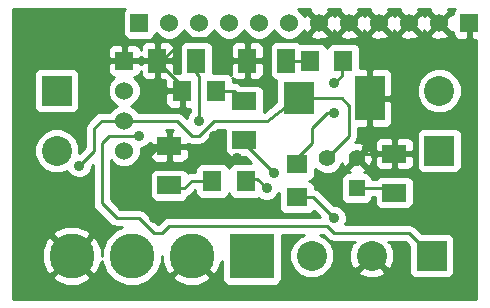
<source format=gtl>
G04 (created by PCBNEW (2013-dec-23)-stable) date Вт 14 апр 2015 10:35:36*
%MOIN*%
G04 Gerber Fmt 3.4, Leading zero omitted, Abs format*
%FSLAX34Y34*%
G01*
G70*
G90*
G04 APERTURE LIST*
%ADD10C,0.00590551*%
%ADD11R,0.08X0.06*%
%ADD12R,0.06X0.08*%
%ADD13R,0.1X0.1*%
%ADD14C,0.1*%
%ADD15R,0.06X0.06*%
%ADD16C,0.06*%
%ADD17R,0.055X0.055*%
%ADD18C,0.055*%
%ADD19R,0.0629X0.0709*%
%ADD20R,0.1004X0.1063*%
%ADD21R,0.1004X0.1496*%
%ADD22R,0.0709X0.0629*%
%ADD23C,0.15*%
%ADD24R,0.15X0.15*%
%ADD25C,0.035*%
%ADD26C,0.01*%
G04 APERTURE END LIST*
G54D10*
G54D11*
X49000Y-30600D03*
X49000Y-31900D03*
X54000Y-33650D03*
X54000Y-32350D03*
G54D12*
X47400Y-29250D03*
X46100Y-29250D03*
G54D13*
X55500Y-32250D03*
G54D14*
X55500Y-30250D03*
G54D13*
X42750Y-30250D03*
G54D14*
X42750Y-32250D03*
G54D15*
X56500Y-28000D03*
G54D16*
X55500Y-28000D03*
X54500Y-28000D03*
X53500Y-28000D03*
X52500Y-28000D03*
X51500Y-28000D03*
G54D15*
X45000Y-29250D03*
G54D16*
X45000Y-30250D03*
X45000Y-31250D03*
X45000Y-32250D03*
G54D15*
X45500Y-28000D03*
G54D16*
X46500Y-28000D03*
X47500Y-28000D03*
X48500Y-28000D03*
X49500Y-28000D03*
X50500Y-28000D03*
G54D17*
X52750Y-33500D03*
G54D18*
X52750Y-32500D03*
X51750Y-32500D03*
G54D19*
X48059Y-30250D03*
X46941Y-30250D03*
G54D20*
X50819Y-30500D03*
G54D21*
X53181Y-30500D03*
G54D22*
X50750Y-32691D03*
X50750Y-33809D03*
G54D23*
X47250Y-35750D03*
X45250Y-35750D03*
G54D24*
X49250Y-35750D03*
G54D23*
X43250Y-35750D03*
G54D13*
X55250Y-35750D03*
G54D14*
X53250Y-35750D03*
X51250Y-35750D03*
G54D12*
X50400Y-29250D03*
X49100Y-29250D03*
G54D19*
X52309Y-29250D03*
X51191Y-29250D03*
X49059Y-33250D03*
X47941Y-33250D03*
G54D11*
X46500Y-33400D03*
X46500Y-32100D03*
G54D25*
X46000Y-34500D03*
X48750Y-32500D03*
X48000Y-31750D03*
X52000Y-34500D03*
X52000Y-31000D03*
X49750Y-33500D03*
X52000Y-30000D03*
X43500Y-32750D03*
X45500Y-31750D03*
X50000Y-33000D03*
X47500Y-31250D03*
G54D26*
X45750Y-34250D02*
X46000Y-34500D01*
X46150Y-32100D02*
X45750Y-32500D01*
X45750Y-32500D02*
X45750Y-34250D01*
X46500Y-32100D02*
X46150Y-32100D01*
X46500Y-32100D02*
X47650Y-32100D01*
X47650Y-32100D02*
X48000Y-31750D01*
X48750Y-32500D02*
X48250Y-32500D01*
X48000Y-32250D02*
X48000Y-31750D01*
X48250Y-32500D02*
X48000Y-32250D01*
X49100Y-29250D02*
X48500Y-29250D01*
X46250Y-29250D02*
X46100Y-29250D01*
X47000Y-28500D02*
X46250Y-29250D01*
X47750Y-28500D02*
X47000Y-28500D01*
X48500Y-29250D02*
X47750Y-28500D01*
X53181Y-31000D02*
X52931Y-32319D01*
X52931Y-32319D02*
X52750Y-32500D01*
X46941Y-30250D02*
X46941Y-30091D01*
X46941Y-30091D02*
X46100Y-29250D01*
X54000Y-32350D02*
X52900Y-32350D01*
X52900Y-32350D02*
X52750Y-32500D01*
X45000Y-29250D02*
X46100Y-29250D01*
X43750Y-35750D02*
X43250Y-35750D01*
X43750Y-35750D02*
X43250Y-35750D01*
X50400Y-29250D02*
X51191Y-29250D01*
X50750Y-33809D02*
X51309Y-33809D01*
X51309Y-33809D02*
X52000Y-34500D01*
X52000Y-31000D02*
X51750Y-31000D01*
X51250Y-31500D02*
X51250Y-32000D01*
X51250Y-31500D02*
X51250Y-31500D01*
X51750Y-31000D02*
X51250Y-31500D01*
X50750Y-32500D02*
X50750Y-32691D01*
X51250Y-32000D02*
X50750Y-32500D01*
X49441Y-33191D02*
X49000Y-33191D01*
X49750Y-33500D02*
X49441Y-33191D01*
X47941Y-33250D02*
X47250Y-33250D01*
X47000Y-33500D02*
X46400Y-33500D01*
X47250Y-33250D02*
X47000Y-33500D01*
X52250Y-29309D02*
X52309Y-29250D01*
X52250Y-29750D02*
X52250Y-29309D01*
X52000Y-30000D02*
X52250Y-29750D01*
X48059Y-30250D02*
X48650Y-30250D01*
X48650Y-30250D02*
X49000Y-30600D01*
X45000Y-31250D02*
X46750Y-31250D01*
X50750Y-30500D02*
X50819Y-30500D01*
X49750Y-31250D02*
X50750Y-30500D01*
X49500Y-31250D02*
X49750Y-31250D01*
X49250Y-31250D02*
X49500Y-31250D01*
X48000Y-31250D02*
X49250Y-31250D01*
X47500Y-31750D02*
X48000Y-31250D01*
X47250Y-31750D02*
X47500Y-31750D01*
X46750Y-31250D02*
X47250Y-31750D01*
X44250Y-31250D02*
X45000Y-31250D01*
X44000Y-31500D02*
X44250Y-31250D01*
X44000Y-32250D02*
X44000Y-31500D01*
X43500Y-32750D02*
X44000Y-32250D01*
X45500Y-35750D02*
X45250Y-35750D01*
X50819Y-30500D02*
X52250Y-30500D01*
X52250Y-30500D02*
X52500Y-30750D01*
X52500Y-30750D02*
X52500Y-31750D01*
X52500Y-31750D02*
X51750Y-32500D01*
X44750Y-34500D02*
X45500Y-34500D01*
X45500Y-31750D02*
X44500Y-31750D01*
X44500Y-31750D02*
X44250Y-32000D01*
X44250Y-32000D02*
X44250Y-34000D01*
X44250Y-34000D02*
X44750Y-34500D01*
X54500Y-35000D02*
X55250Y-35750D01*
X52000Y-35000D02*
X54500Y-35000D01*
X51750Y-34750D02*
X52000Y-35000D01*
X46500Y-34750D02*
X51750Y-34750D01*
X46250Y-35000D02*
X46500Y-34750D01*
X46000Y-35000D02*
X46250Y-35000D01*
X45500Y-34500D02*
X46000Y-35000D01*
X49000Y-31900D02*
X49000Y-32000D01*
X49000Y-32000D02*
X50000Y-33000D01*
X47400Y-29250D02*
X47400Y-29650D01*
X47500Y-29750D02*
X47500Y-31250D01*
X47400Y-29650D02*
X47500Y-29750D01*
X52750Y-33500D02*
X53850Y-33500D01*
X53850Y-33500D02*
X54000Y-33650D01*
G54D10*
G36*
X51525Y-34450D02*
X46500Y-34450D01*
X46385Y-34472D01*
X46287Y-34537D01*
X46125Y-34700D01*
X46124Y-34700D01*
X45712Y-34287D01*
X45614Y-34222D01*
X45500Y-34200D01*
X44874Y-34200D01*
X44550Y-33875D01*
X44550Y-32577D01*
X44688Y-32715D01*
X44890Y-32799D01*
X45108Y-32800D01*
X45311Y-32716D01*
X45465Y-32561D01*
X45549Y-32359D01*
X45550Y-32175D01*
X45584Y-32175D01*
X45740Y-32110D01*
X45856Y-31994D01*
X45912Y-32050D01*
X46450Y-32050D01*
X46450Y-31612D01*
X46387Y-31550D01*
X46612Y-31550D01*
X46550Y-31612D01*
X46550Y-32050D01*
X47087Y-32050D01*
X47120Y-32017D01*
X47135Y-32027D01*
X47250Y-32050D01*
X47500Y-32050D01*
X47500Y-32049D01*
X47614Y-32027D01*
X47614Y-32027D01*
X47712Y-31962D01*
X48124Y-31550D01*
X48350Y-31550D01*
X48350Y-31550D01*
X48349Y-31649D01*
X48349Y-32249D01*
X48387Y-32341D01*
X48458Y-32411D01*
X48550Y-32449D01*
X48649Y-32450D01*
X49025Y-32450D01*
X49221Y-32645D01*
X48694Y-32645D01*
X48603Y-32683D01*
X48532Y-32753D01*
X48499Y-32832D01*
X48467Y-32754D01*
X48397Y-32683D01*
X48305Y-32645D01*
X48205Y-32645D01*
X47576Y-32645D01*
X47485Y-32683D01*
X47414Y-32753D01*
X47376Y-32845D01*
X47376Y-32945D01*
X47376Y-32950D01*
X47250Y-32950D01*
X47150Y-32969D01*
X47150Y-32449D01*
X47150Y-32212D01*
X47087Y-32150D01*
X46550Y-32150D01*
X46550Y-32587D01*
X46612Y-32650D01*
X46850Y-32650D01*
X46949Y-32649D01*
X47041Y-32611D01*
X47112Y-32541D01*
X47150Y-32449D01*
X47150Y-32969D01*
X47135Y-32972D01*
X47121Y-32981D01*
X47112Y-32958D01*
X47041Y-32888D01*
X46949Y-32850D01*
X46850Y-32849D01*
X46450Y-32849D01*
X46450Y-32587D01*
X46450Y-32150D01*
X45912Y-32150D01*
X45850Y-32212D01*
X45849Y-32449D01*
X45887Y-32541D01*
X45958Y-32611D01*
X46050Y-32649D01*
X46149Y-32650D01*
X46387Y-32650D01*
X46450Y-32587D01*
X46450Y-32849D01*
X46050Y-32849D01*
X45958Y-32887D01*
X45888Y-32958D01*
X45850Y-33050D01*
X45849Y-33149D01*
X45849Y-33749D01*
X45887Y-33841D01*
X45958Y-33911D01*
X46050Y-33949D01*
X46149Y-33950D01*
X46949Y-33950D01*
X47041Y-33912D01*
X47111Y-33841D01*
X47147Y-33755D01*
X47147Y-33755D01*
X47212Y-33712D01*
X47374Y-33550D01*
X47376Y-33550D01*
X47376Y-33654D01*
X47414Y-33745D01*
X47484Y-33816D01*
X47576Y-33854D01*
X47676Y-33854D01*
X48305Y-33854D01*
X48396Y-33816D01*
X48467Y-33746D01*
X48500Y-33667D01*
X48532Y-33745D01*
X48602Y-33816D01*
X48694Y-33854D01*
X48794Y-33854D01*
X49423Y-33854D01*
X49479Y-33831D01*
X49508Y-33860D01*
X49665Y-33924D01*
X49834Y-33925D01*
X49990Y-33860D01*
X50110Y-33741D01*
X50145Y-33655D01*
X50145Y-34173D01*
X50183Y-34264D01*
X50253Y-34335D01*
X50345Y-34373D01*
X50445Y-34373D01*
X51154Y-34373D01*
X51245Y-34335D01*
X51316Y-34265D01*
X51323Y-34247D01*
X51525Y-34450D01*
X51525Y-34450D01*
G37*
G54D26*
X51525Y-34450D02*
X46500Y-34450D01*
X46385Y-34472D01*
X46287Y-34537D01*
X46125Y-34700D01*
X46124Y-34700D01*
X45712Y-34287D01*
X45614Y-34222D01*
X45500Y-34200D01*
X44874Y-34200D01*
X44550Y-33875D01*
X44550Y-32577D01*
X44688Y-32715D01*
X44890Y-32799D01*
X45108Y-32800D01*
X45311Y-32716D01*
X45465Y-32561D01*
X45549Y-32359D01*
X45550Y-32175D01*
X45584Y-32175D01*
X45740Y-32110D01*
X45856Y-31994D01*
X45912Y-32050D01*
X46450Y-32050D01*
X46450Y-31612D01*
X46387Y-31550D01*
X46612Y-31550D01*
X46550Y-31612D01*
X46550Y-32050D01*
X47087Y-32050D01*
X47120Y-32017D01*
X47135Y-32027D01*
X47250Y-32050D01*
X47500Y-32050D01*
X47500Y-32049D01*
X47614Y-32027D01*
X47614Y-32027D01*
X47712Y-31962D01*
X48124Y-31550D01*
X48350Y-31550D01*
X48350Y-31550D01*
X48349Y-31649D01*
X48349Y-32249D01*
X48387Y-32341D01*
X48458Y-32411D01*
X48550Y-32449D01*
X48649Y-32450D01*
X49025Y-32450D01*
X49221Y-32645D01*
X48694Y-32645D01*
X48603Y-32683D01*
X48532Y-32753D01*
X48499Y-32832D01*
X48467Y-32754D01*
X48397Y-32683D01*
X48305Y-32645D01*
X48205Y-32645D01*
X47576Y-32645D01*
X47485Y-32683D01*
X47414Y-32753D01*
X47376Y-32845D01*
X47376Y-32945D01*
X47376Y-32950D01*
X47250Y-32950D01*
X47150Y-32969D01*
X47150Y-32449D01*
X47150Y-32212D01*
X47087Y-32150D01*
X46550Y-32150D01*
X46550Y-32587D01*
X46612Y-32650D01*
X46850Y-32650D01*
X46949Y-32649D01*
X47041Y-32611D01*
X47112Y-32541D01*
X47150Y-32449D01*
X47150Y-32969D01*
X47135Y-32972D01*
X47121Y-32981D01*
X47112Y-32958D01*
X47041Y-32888D01*
X46949Y-32850D01*
X46850Y-32849D01*
X46450Y-32849D01*
X46450Y-32587D01*
X46450Y-32150D01*
X45912Y-32150D01*
X45850Y-32212D01*
X45849Y-32449D01*
X45887Y-32541D01*
X45958Y-32611D01*
X46050Y-32649D01*
X46149Y-32650D01*
X46387Y-32650D01*
X46450Y-32587D01*
X46450Y-32849D01*
X46050Y-32849D01*
X45958Y-32887D01*
X45888Y-32958D01*
X45850Y-33050D01*
X45849Y-33149D01*
X45849Y-33749D01*
X45887Y-33841D01*
X45958Y-33911D01*
X46050Y-33949D01*
X46149Y-33950D01*
X46949Y-33950D01*
X47041Y-33912D01*
X47111Y-33841D01*
X47147Y-33755D01*
X47147Y-33755D01*
X47212Y-33712D01*
X47374Y-33550D01*
X47376Y-33550D01*
X47376Y-33654D01*
X47414Y-33745D01*
X47484Y-33816D01*
X47576Y-33854D01*
X47676Y-33854D01*
X48305Y-33854D01*
X48396Y-33816D01*
X48467Y-33746D01*
X48500Y-33667D01*
X48532Y-33745D01*
X48602Y-33816D01*
X48694Y-33854D01*
X48794Y-33854D01*
X49423Y-33854D01*
X49479Y-33831D01*
X49508Y-33860D01*
X49665Y-33924D01*
X49834Y-33925D01*
X49990Y-33860D01*
X50110Y-33741D01*
X50145Y-33655D01*
X50145Y-34173D01*
X50183Y-34264D01*
X50253Y-34335D01*
X50345Y-34373D01*
X50445Y-34373D01*
X51154Y-34373D01*
X51245Y-34335D01*
X51316Y-34265D01*
X51323Y-34247D01*
X51525Y-34450D01*
G54D10*
G36*
X56720Y-37200D02*
X56250Y-37200D01*
X56250Y-30101D01*
X56136Y-29825D01*
X55925Y-29614D01*
X55815Y-29568D01*
X55815Y-28385D01*
X55500Y-28070D01*
X55429Y-28141D01*
X55429Y-28000D01*
X55114Y-27684D01*
X55018Y-27712D01*
X55001Y-27760D01*
X54981Y-27712D01*
X54885Y-27684D01*
X54570Y-28000D01*
X54885Y-28315D01*
X54981Y-28287D01*
X54998Y-28239D01*
X55018Y-28287D01*
X55114Y-28315D01*
X55429Y-28000D01*
X55429Y-28141D01*
X55184Y-28385D01*
X55212Y-28481D01*
X55418Y-28554D01*
X55636Y-28543D01*
X55787Y-28481D01*
X55815Y-28385D01*
X55815Y-29568D01*
X55649Y-29500D01*
X55351Y-29499D01*
X55075Y-29613D01*
X54864Y-29824D01*
X54815Y-29943D01*
X54815Y-28385D01*
X54500Y-28070D01*
X54429Y-28141D01*
X54429Y-28000D01*
X54114Y-27684D01*
X54018Y-27712D01*
X54001Y-27760D01*
X53981Y-27712D01*
X53885Y-27684D01*
X53570Y-28000D01*
X53885Y-28315D01*
X53981Y-28287D01*
X53998Y-28239D01*
X54018Y-28287D01*
X54114Y-28315D01*
X54429Y-28000D01*
X54429Y-28141D01*
X54184Y-28385D01*
X54212Y-28481D01*
X54418Y-28554D01*
X54636Y-28543D01*
X54787Y-28481D01*
X54815Y-28385D01*
X54815Y-29943D01*
X54750Y-30100D01*
X54749Y-30398D01*
X54863Y-30674D01*
X55074Y-30885D01*
X55350Y-30999D01*
X55648Y-31000D01*
X55924Y-30886D01*
X56135Y-30675D01*
X56249Y-30399D01*
X56250Y-30101D01*
X56250Y-37200D01*
X56250Y-37200D01*
X56250Y-32700D01*
X56250Y-31700D01*
X56212Y-31608D01*
X56141Y-31538D01*
X56049Y-31500D01*
X55950Y-31499D01*
X54950Y-31499D01*
X54858Y-31537D01*
X54788Y-31608D01*
X54750Y-31700D01*
X54749Y-31799D01*
X54749Y-32799D01*
X54787Y-32891D01*
X54858Y-32961D01*
X54950Y-32999D01*
X55049Y-33000D01*
X56049Y-33000D01*
X56141Y-32962D01*
X56211Y-32891D01*
X56249Y-32799D01*
X56250Y-32700D01*
X56250Y-37200D01*
X56000Y-37200D01*
X56000Y-36200D01*
X56000Y-35200D01*
X55962Y-35108D01*
X55891Y-35038D01*
X55799Y-35000D01*
X55700Y-34999D01*
X54924Y-34999D01*
X54712Y-34787D01*
X54650Y-34746D01*
X54650Y-33900D01*
X54650Y-33300D01*
X54650Y-32699D01*
X54650Y-32000D01*
X54612Y-31908D01*
X54541Y-31838D01*
X54449Y-31800D01*
X54350Y-31799D01*
X54112Y-31800D01*
X54050Y-31862D01*
X54050Y-32300D01*
X54587Y-32300D01*
X54650Y-32237D01*
X54650Y-32000D01*
X54650Y-32699D01*
X54650Y-32462D01*
X54587Y-32400D01*
X54050Y-32400D01*
X54050Y-32837D01*
X54112Y-32900D01*
X54350Y-32900D01*
X54449Y-32899D01*
X54541Y-32861D01*
X54612Y-32791D01*
X54650Y-32699D01*
X54650Y-33300D01*
X54612Y-33208D01*
X54541Y-33138D01*
X54449Y-33100D01*
X54350Y-33099D01*
X53950Y-33099D01*
X53950Y-32837D01*
X53950Y-32400D01*
X53950Y-32300D01*
X53950Y-31862D01*
X53933Y-31845D01*
X53933Y-31198D01*
X53933Y-29801D01*
X53932Y-29702D01*
X53894Y-29610D01*
X53824Y-29539D01*
X53815Y-29536D01*
X53815Y-28385D01*
X53500Y-28070D01*
X53429Y-28141D01*
X53429Y-28000D01*
X53114Y-27684D01*
X53018Y-27712D01*
X53001Y-27760D01*
X52981Y-27712D01*
X52885Y-27684D01*
X52570Y-28000D01*
X52885Y-28315D01*
X52981Y-28287D01*
X52998Y-28239D01*
X53018Y-28287D01*
X53114Y-28315D01*
X53429Y-28000D01*
X53429Y-28141D01*
X53184Y-28385D01*
X53212Y-28481D01*
X53418Y-28554D01*
X53636Y-28543D01*
X53787Y-28481D01*
X53815Y-28385D01*
X53815Y-29536D01*
X53732Y-29501D01*
X53293Y-29502D01*
X53231Y-29564D01*
X53231Y-30450D01*
X53870Y-30450D01*
X53933Y-30387D01*
X53933Y-29801D01*
X53933Y-31198D01*
X53933Y-30612D01*
X53870Y-30550D01*
X53231Y-30550D01*
X53231Y-31435D01*
X53293Y-31498D01*
X53732Y-31498D01*
X53824Y-31460D01*
X53894Y-31389D01*
X53932Y-31297D01*
X53933Y-31198D01*
X53933Y-31845D01*
X53887Y-31800D01*
X53649Y-31799D01*
X53550Y-31800D01*
X53458Y-31838D01*
X53387Y-31908D01*
X53349Y-32000D01*
X53350Y-32237D01*
X53412Y-32300D01*
X53950Y-32300D01*
X53950Y-32400D01*
X53412Y-32400D01*
X53350Y-32462D01*
X53349Y-32699D01*
X53387Y-32791D01*
X53458Y-32861D01*
X53550Y-32899D01*
X53649Y-32900D01*
X53887Y-32900D01*
X53950Y-32837D01*
X53950Y-33099D01*
X53550Y-33099D01*
X53458Y-33137D01*
X53396Y-33200D01*
X53279Y-33200D01*
X53279Y-32575D01*
X53268Y-32367D01*
X53210Y-32227D01*
X53117Y-32202D01*
X52820Y-32500D01*
X53117Y-32797D01*
X53210Y-32772D01*
X53279Y-32575D01*
X53279Y-33200D01*
X53275Y-33200D01*
X53275Y-33175D01*
X53237Y-33083D01*
X53166Y-33013D01*
X53074Y-32975D01*
X52987Y-32974D01*
X53022Y-32960D01*
X53047Y-32867D01*
X52750Y-32570D01*
X52452Y-32867D01*
X52477Y-32960D01*
X52518Y-32974D01*
X52425Y-32974D01*
X52333Y-33012D01*
X52263Y-33083D01*
X52225Y-33175D01*
X52224Y-33274D01*
X52224Y-33824D01*
X52262Y-33916D01*
X52333Y-33986D01*
X52425Y-34024D01*
X52524Y-34025D01*
X53074Y-34025D01*
X53166Y-33987D01*
X53236Y-33916D01*
X53274Y-33824D01*
X53274Y-33800D01*
X53349Y-33800D01*
X53349Y-33999D01*
X53387Y-34091D01*
X53458Y-34161D01*
X53550Y-34199D01*
X53649Y-34200D01*
X54449Y-34200D01*
X54541Y-34162D01*
X54611Y-34091D01*
X54649Y-33999D01*
X54650Y-33900D01*
X54650Y-34746D01*
X54614Y-34722D01*
X54500Y-34700D01*
X52377Y-34700D01*
X52424Y-34584D01*
X52425Y-34415D01*
X52360Y-34259D01*
X52241Y-34139D01*
X52084Y-34075D01*
X51999Y-34074D01*
X51521Y-33596D01*
X51423Y-33531D01*
X51354Y-33518D01*
X51354Y-33444D01*
X51316Y-33353D01*
X51246Y-33282D01*
X51167Y-33249D01*
X51245Y-33217D01*
X51316Y-33147D01*
X51354Y-33055D01*
X51354Y-32955D01*
X51354Y-32846D01*
X51452Y-32944D01*
X51645Y-33024D01*
X51853Y-33025D01*
X52047Y-32945D01*
X52194Y-32797D01*
X52247Y-32671D01*
X52289Y-32772D01*
X52382Y-32797D01*
X52679Y-32500D01*
X52673Y-32494D01*
X52744Y-32423D01*
X52750Y-32429D01*
X53047Y-32132D01*
X53022Y-32039D01*
X52825Y-31970D01*
X52697Y-31977D01*
X52712Y-31962D01*
X52712Y-31962D01*
X52777Y-31864D01*
X52799Y-31750D01*
X52800Y-31750D01*
X52800Y-31498D01*
X53068Y-31498D01*
X53131Y-31435D01*
X53131Y-30550D01*
X53123Y-30550D01*
X53123Y-30450D01*
X53131Y-30450D01*
X53131Y-29564D01*
X53068Y-29502D01*
X52873Y-29501D01*
X52873Y-28845D01*
X52835Y-28754D01*
X52815Y-28733D01*
X52815Y-28385D01*
X52500Y-28070D01*
X52429Y-28141D01*
X52429Y-28000D01*
X52114Y-27684D01*
X52018Y-27712D01*
X52001Y-27760D01*
X51981Y-27712D01*
X51885Y-27684D01*
X51570Y-28000D01*
X51885Y-28315D01*
X51981Y-28287D01*
X51998Y-28239D01*
X52018Y-28287D01*
X52114Y-28315D01*
X52429Y-28000D01*
X52429Y-28141D01*
X52184Y-28385D01*
X52212Y-28481D01*
X52418Y-28554D01*
X52636Y-28543D01*
X52787Y-28481D01*
X52815Y-28385D01*
X52815Y-28733D01*
X52765Y-28683D01*
X52673Y-28645D01*
X52573Y-28645D01*
X51944Y-28645D01*
X51853Y-28683D01*
X51815Y-28721D01*
X51815Y-28385D01*
X51500Y-28070D01*
X51184Y-28385D01*
X51212Y-28481D01*
X51418Y-28554D01*
X51636Y-28543D01*
X51787Y-28481D01*
X51815Y-28385D01*
X51815Y-28721D01*
X51782Y-28753D01*
X51749Y-28832D01*
X51717Y-28754D01*
X51647Y-28683D01*
X51555Y-28645D01*
X51455Y-28645D01*
X50849Y-28645D01*
X50841Y-28638D01*
X50749Y-28600D01*
X50650Y-28599D01*
X50050Y-28599D01*
X49958Y-28637D01*
X49888Y-28708D01*
X49850Y-28800D01*
X49849Y-28899D01*
X49849Y-29699D01*
X49887Y-29791D01*
X49958Y-29861D01*
X50050Y-29899D01*
X50074Y-29899D01*
X50067Y-29918D01*
X50066Y-30018D01*
X50066Y-30636D01*
X49649Y-30949D01*
X49649Y-30949D01*
X49650Y-30850D01*
X49650Y-30250D01*
X49650Y-29600D01*
X49650Y-28899D01*
X49649Y-28800D01*
X49611Y-28708D01*
X49541Y-28637D01*
X49449Y-28599D01*
X49212Y-28600D01*
X49150Y-28662D01*
X49150Y-29200D01*
X49587Y-29200D01*
X49650Y-29137D01*
X49650Y-28899D01*
X49650Y-29600D01*
X49650Y-29362D01*
X49587Y-29300D01*
X49150Y-29300D01*
X49150Y-29837D01*
X49212Y-29900D01*
X49449Y-29900D01*
X49541Y-29862D01*
X49611Y-29791D01*
X49649Y-29699D01*
X49650Y-29600D01*
X49650Y-30250D01*
X49612Y-30158D01*
X49541Y-30088D01*
X49449Y-30050D01*
X49350Y-30049D01*
X48874Y-30049D01*
X48862Y-30037D01*
X48764Y-29972D01*
X48650Y-29950D01*
X48623Y-29950D01*
X48623Y-29845D01*
X48610Y-29813D01*
X48658Y-29862D01*
X48750Y-29900D01*
X48987Y-29900D01*
X49050Y-29837D01*
X49050Y-29300D01*
X49050Y-29200D01*
X49050Y-28662D01*
X48987Y-28600D01*
X48750Y-28599D01*
X48658Y-28637D01*
X48588Y-28708D01*
X48550Y-28800D01*
X48549Y-28899D01*
X48550Y-29137D01*
X48612Y-29200D01*
X49050Y-29200D01*
X49050Y-29300D01*
X48612Y-29300D01*
X48550Y-29362D01*
X48549Y-29600D01*
X48550Y-29699D01*
X48563Y-29731D01*
X48515Y-29683D01*
X48423Y-29645D01*
X48323Y-29645D01*
X47950Y-29645D01*
X47950Y-29600D01*
X47950Y-28800D01*
X47912Y-28708D01*
X47841Y-28638D01*
X47749Y-28600D01*
X47650Y-28599D01*
X47050Y-28599D01*
X46958Y-28637D01*
X46888Y-28708D01*
X46850Y-28800D01*
X46849Y-28899D01*
X46849Y-29666D01*
X46828Y-29645D01*
X46650Y-29645D01*
X46650Y-29600D01*
X46650Y-28899D01*
X46649Y-28800D01*
X46611Y-28708D01*
X46541Y-28637D01*
X46449Y-28599D01*
X46212Y-28600D01*
X46150Y-28662D01*
X46150Y-29200D01*
X46587Y-29200D01*
X46650Y-29137D01*
X46650Y-28899D01*
X46650Y-29600D01*
X46650Y-29362D01*
X46587Y-29300D01*
X46150Y-29300D01*
X46150Y-29837D01*
X46212Y-29900D01*
X46376Y-29900D01*
X46376Y-29945D01*
X46376Y-30137D01*
X46439Y-30200D01*
X46891Y-30200D01*
X46891Y-30192D01*
X46991Y-30192D01*
X46991Y-30200D01*
X46998Y-30200D01*
X46998Y-30300D01*
X46991Y-30300D01*
X46991Y-30792D01*
X47053Y-30854D01*
X47200Y-30854D01*
X47200Y-30948D01*
X47139Y-31008D01*
X47079Y-31155D01*
X46962Y-31037D01*
X46891Y-30990D01*
X46891Y-30792D01*
X46891Y-30300D01*
X46439Y-30300D01*
X46376Y-30362D01*
X46376Y-30554D01*
X46376Y-30654D01*
X46414Y-30746D01*
X46485Y-30816D01*
X46576Y-30854D01*
X46828Y-30854D01*
X46891Y-30792D01*
X46891Y-30990D01*
X46864Y-30972D01*
X46750Y-30950D01*
X45471Y-30950D01*
X45466Y-30938D01*
X45311Y-30784D01*
X45230Y-30750D01*
X45311Y-30716D01*
X45465Y-30561D01*
X45549Y-30359D01*
X45550Y-30141D01*
X45466Y-29938D01*
X45327Y-29799D01*
X45349Y-29799D01*
X45441Y-29761D01*
X45512Y-29691D01*
X45549Y-29599D01*
X45549Y-29600D01*
X45550Y-29699D01*
X45588Y-29791D01*
X45658Y-29862D01*
X45750Y-29900D01*
X45987Y-29900D01*
X46050Y-29837D01*
X46050Y-29300D01*
X46050Y-29200D01*
X46050Y-28662D01*
X45987Y-28600D01*
X45750Y-28599D01*
X45658Y-28637D01*
X45588Y-28708D01*
X45550Y-28800D01*
X45549Y-28899D01*
X45549Y-28900D01*
X45512Y-28808D01*
X45441Y-28738D01*
X45349Y-28700D01*
X45250Y-28699D01*
X45112Y-28700D01*
X45050Y-28762D01*
X45050Y-29200D01*
X45487Y-29200D01*
X45550Y-29137D01*
X45612Y-29200D01*
X46050Y-29200D01*
X46050Y-29300D01*
X45612Y-29300D01*
X45550Y-29362D01*
X45487Y-29300D01*
X45050Y-29300D01*
X45050Y-29307D01*
X44950Y-29307D01*
X44950Y-29300D01*
X44950Y-29200D01*
X44950Y-28762D01*
X44887Y-28700D01*
X44749Y-28699D01*
X44650Y-28700D01*
X44558Y-28738D01*
X44487Y-28808D01*
X44449Y-28900D01*
X44450Y-29137D01*
X44512Y-29200D01*
X44950Y-29200D01*
X44950Y-29300D01*
X44512Y-29300D01*
X44450Y-29362D01*
X44449Y-29599D01*
X44487Y-29691D01*
X44558Y-29761D01*
X44650Y-29799D01*
X44672Y-29799D01*
X44534Y-29938D01*
X44450Y-30140D01*
X44449Y-30358D01*
X44533Y-30561D01*
X44688Y-30715D01*
X44769Y-30749D01*
X44688Y-30783D01*
X44534Y-30938D01*
X44529Y-30950D01*
X44250Y-30950D01*
X44135Y-30972D01*
X44037Y-31037D01*
X43787Y-31287D01*
X43722Y-31385D01*
X43700Y-31500D01*
X43700Y-32125D01*
X43500Y-32325D01*
X43499Y-32324D01*
X43500Y-32101D01*
X43500Y-32101D01*
X43500Y-30700D01*
X43500Y-29700D01*
X43462Y-29608D01*
X43391Y-29538D01*
X43299Y-29500D01*
X43200Y-29499D01*
X42200Y-29499D01*
X42108Y-29537D01*
X42038Y-29608D01*
X42000Y-29700D01*
X41999Y-29799D01*
X41999Y-30799D01*
X42037Y-30891D01*
X42108Y-30961D01*
X42200Y-30999D01*
X42299Y-31000D01*
X43299Y-31000D01*
X43391Y-30962D01*
X43461Y-30891D01*
X43499Y-30799D01*
X43500Y-30700D01*
X43500Y-32101D01*
X43386Y-31825D01*
X43175Y-31614D01*
X42899Y-31500D01*
X42601Y-31499D01*
X42325Y-31613D01*
X42114Y-31824D01*
X42000Y-32100D01*
X41999Y-32398D01*
X42113Y-32674D01*
X42324Y-32885D01*
X42600Y-32999D01*
X42898Y-33000D01*
X43107Y-32913D01*
X43139Y-32990D01*
X43258Y-33110D01*
X43415Y-33174D01*
X43584Y-33175D01*
X43740Y-33110D01*
X43860Y-32991D01*
X43924Y-32834D01*
X43925Y-32749D01*
X43950Y-32724D01*
X43950Y-34000D01*
X43972Y-34114D01*
X44037Y-34212D01*
X44537Y-34712D01*
X44537Y-34712D01*
X44635Y-34777D01*
X44750Y-34800D01*
X44930Y-34800D01*
X44684Y-34901D01*
X44402Y-35182D01*
X44250Y-35550D01*
X44250Y-35745D01*
X44248Y-35541D01*
X44103Y-35191D01*
X43961Y-35109D01*
X43890Y-35180D01*
X43890Y-35038D01*
X43808Y-34896D01*
X43439Y-34748D01*
X43041Y-34751D01*
X42691Y-34896D01*
X42609Y-35038D01*
X43250Y-35679D01*
X43890Y-35038D01*
X43890Y-35180D01*
X43320Y-35750D01*
X43961Y-36390D01*
X44103Y-36308D01*
X44249Y-35944D01*
X44249Y-35948D01*
X44401Y-36315D01*
X44682Y-36597D01*
X45050Y-36749D01*
X45448Y-36750D01*
X45815Y-36598D01*
X46097Y-36317D01*
X46249Y-35949D01*
X46249Y-35754D01*
X46251Y-35958D01*
X46396Y-36308D01*
X46538Y-36390D01*
X47179Y-35750D01*
X47173Y-35744D01*
X47244Y-35673D01*
X47250Y-35679D01*
X47255Y-35673D01*
X47326Y-35744D01*
X47320Y-35750D01*
X47961Y-36390D01*
X48103Y-36308D01*
X48249Y-35943D01*
X48249Y-36549D01*
X48287Y-36641D01*
X48358Y-36711D01*
X48450Y-36749D01*
X48549Y-36750D01*
X50049Y-36750D01*
X50141Y-36712D01*
X50211Y-36641D01*
X50249Y-36549D01*
X50250Y-36450D01*
X50250Y-35050D01*
X50980Y-35050D01*
X50825Y-35113D01*
X50614Y-35324D01*
X50500Y-35600D01*
X50499Y-35898D01*
X50613Y-36174D01*
X50824Y-36385D01*
X51100Y-36499D01*
X51398Y-36500D01*
X51674Y-36386D01*
X51885Y-36175D01*
X51999Y-35899D01*
X52000Y-35601D01*
X51886Y-35325D01*
X51675Y-35114D01*
X51519Y-35050D01*
X51625Y-35050D01*
X51787Y-35212D01*
X51787Y-35212D01*
X51885Y-35277D01*
X52000Y-35300D01*
X52697Y-35300D01*
X52603Y-35341D01*
X52496Y-35620D01*
X52504Y-35918D01*
X52603Y-36158D01*
X52719Y-36209D01*
X53179Y-35750D01*
X53173Y-35744D01*
X53244Y-35673D01*
X53250Y-35679D01*
X53255Y-35673D01*
X53326Y-35744D01*
X53320Y-35750D01*
X53780Y-36209D01*
X53896Y-36158D01*
X54003Y-35879D01*
X53995Y-35581D01*
X53896Y-35341D01*
X53802Y-35300D01*
X54375Y-35300D01*
X54499Y-35424D01*
X54499Y-36299D01*
X54537Y-36391D01*
X54608Y-36461D01*
X54700Y-36499D01*
X54799Y-36500D01*
X55799Y-36500D01*
X55891Y-36462D01*
X55961Y-36391D01*
X55999Y-36299D01*
X56000Y-36200D01*
X56000Y-37200D01*
X53709Y-37200D01*
X53709Y-36280D01*
X53250Y-35820D01*
X52790Y-36280D01*
X52841Y-36396D01*
X53120Y-36503D01*
X53418Y-36495D01*
X53658Y-36396D01*
X53709Y-36280D01*
X53709Y-37200D01*
X47890Y-37200D01*
X47890Y-36461D01*
X47250Y-35820D01*
X46609Y-36461D01*
X46691Y-36603D01*
X47060Y-36751D01*
X47458Y-36748D01*
X47808Y-36603D01*
X47890Y-36461D01*
X47890Y-37200D01*
X43890Y-37200D01*
X43890Y-36461D01*
X43250Y-35820D01*
X43179Y-35891D01*
X43179Y-35750D01*
X42538Y-35109D01*
X42396Y-35191D01*
X42248Y-35560D01*
X42251Y-35958D01*
X42396Y-36308D01*
X42538Y-36390D01*
X43179Y-35750D01*
X43179Y-35891D01*
X42609Y-36461D01*
X42691Y-36603D01*
X43060Y-36751D01*
X43458Y-36748D01*
X43808Y-36603D01*
X43890Y-36461D01*
X43890Y-37200D01*
X41300Y-37200D01*
X41300Y-27529D01*
X45016Y-27529D01*
X44988Y-27558D01*
X44950Y-27650D01*
X44949Y-27749D01*
X44949Y-28349D01*
X44987Y-28441D01*
X45058Y-28511D01*
X45150Y-28549D01*
X45249Y-28550D01*
X45849Y-28550D01*
X45941Y-28512D01*
X46011Y-28441D01*
X46049Y-28349D01*
X46049Y-28327D01*
X46188Y-28465D01*
X46390Y-28549D01*
X46608Y-28550D01*
X46811Y-28466D01*
X46965Y-28311D01*
X46999Y-28230D01*
X47033Y-28311D01*
X47188Y-28465D01*
X47390Y-28549D01*
X47608Y-28550D01*
X47811Y-28466D01*
X47965Y-28311D01*
X47999Y-28230D01*
X48033Y-28311D01*
X48188Y-28465D01*
X48390Y-28549D01*
X48608Y-28550D01*
X48811Y-28466D01*
X48965Y-28311D01*
X48999Y-28230D01*
X49033Y-28311D01*
X49188Y-28465D01*
X49390Y-28549D01*
X49608Y-28550D01*
X49811Y-28466D01*
X49965Y-28311D01*
X49999Y-28230D01*
X50033Y-28311D01*
X50188Y-28465D01*
X50390Y-28549D01*
X50608Y-28550D01*
X50811Y-28466D01*
X50965Y-28311D01*
X50997Y-28236D01*
X51018Y-28287D01*
X51114Y-28315D01*
X51429Y-28000D01*
X51114Y-27684D01*
X51018Y-27712D01*
X50999Y-27767D01*
X50966Y-27688D01*
X50811Y-27534D01*
X50801Y-27529D01*
X51209Y-27529D01*
X51184Y-27614D01*
X51500Y-27929D01*
X51815Y-27614D01*
X51790Y-27529D01*
X52209Y-27529D01*
X52184Y-27614D01*
X52500Y-27929D01*
X52815Y-27614D01*
X52790Y-27529D01*
X53209Y-27529D01*
X53184Y-27614D01*
X53500Y-27929D01*
X53815Y-27614D01*
X53790Y-27529D01*
X54209Y-27529D01*
X54184Y-27614D01*
X54500Y-27929D01*
X54815Y-27614D01*
X54790Y-27529D01*
X55209Y-27529D01*
X55184Y-27614D01*
X55500Y-27929D01*
X55815Y-27614D01*
X55790Y-27529D01*
X56016Y-27529D01*
X55988Y-27558D01*
X55950Y-27650D01*
X55949Y-27703D01*
X55885Y-27684D01*
X55570Y-28000D01*
X55885Y-28315D01*
X55949Y-28296D01*
X55950Y-28349D01*
X55988Y-28441D01*
X56058Y-28512D01*
X56150Y-28550D01*
X56387Y-28550D01*
X56450Y-28487D01*
X56450Y-28050D01*
X56442Y-28050D01*
X56442Y-27950D01*
X56450Y-27950D01*
X56450Y-27942D01*
X56550Y-27942D01*
X56550Y-27950D01*
X56557Y-27950D01*
X56557Y-28050D01*
X56550Y-28050D01*
X56550Y-28487D01*
X56612Y-28550D01*
X56720Y-28550D01*
X56720Y-37200D01*
X56720Y-37200D01*
G37*
G54D26*
X56720Y-37200D02*
X56250Y-37200D01*
X56250Y-30101D01*
X56136Y-29825D01*
X55925Y-29614D01*
X55815Y-29568D01*
X55815Y-28385D01*
X55500Y-28070D01*
X55429Y-28141D01*
X55429Y-28000D01*
X55114Y-27684D01*
X55018Y-27712D01*
X55001Y-27760D01*
X54981Y-27712D01*
X54885Y-27684D01*
X54570Y-28000D01*
X54885Y-28315D01*
X54981Y-28287D01*
X54998Y-28239D01*
X55018Y-28287D01*
X55114Y-28315D01*
X55429Y-28000D01*
X55429Y-28141D01*
X55184Y-28385D01*
X55212Y-28481D01*
X55418Y-28554D01*
X55636Y-28543D01*
X55787Y-28481D01*
X55815Y-28385D01*
X55815Y-29568D01*
X55649Y-29500D01*
X55351Y-29499D01*
X55075Y-29613D01*
X54864Y-29824D01*
X54815Y-29943D01*
X54815Y-28385D01*
X54500Y-28070D01*
X54429Y-28141D01*
X54429Y-28000D01*
X54114Y-27684D01*
X54018Y-27712D01*
X54001Y-27760D01*
X53981Y-27712D01*
X53885Y-27684D01*
X53570Y-28000D01*
X53885Y-28315D01*
X53981Y-28287D01*
X53998Y-28239D01*
X54018Y-28287D01*
X54114Y-28315D01*
X54429Y-28000D01*
X54429Y-28141D01*
X54184Y-28385D01*
X54212Y-28481D01*
X54418Y-28554D01*
X54636Y-28543D01*
X54787Y-28481D01*
X54815Y-28385D01*
X54815Y-29943D01*
X54750Y-30100D01*
X54749Y-30398D01*
X54863Y-30674D01*
X55074Y-30885D01*
X55350Y-30999D01*
X55648Y-31000D01*
X55924Y-30886D01*
X56135Y-30675D01*
X56249Y-30399D01*
X56250Y-30101D01*
X56250Y-37200D01*
X56250Y-37200D01*
X56250Y-32700D01*
X56250Y-31700D01*
X56212Y-31608D01*
X56141Y-31538D01*
X56049Y-31500D01*
X55950Y-31499D01*
X54950Y-31499D01*
X54858Y-31537D01*
X54788Y-31608D01*
X54750Y-31700D01*
X54749Y-31799D01*
X54749Y-32799D01*
X54787Y-32891D01*
X54858Y-32961D01*
X54950Y-32999D01*
X55049Y-33000D01*
X56049Y-33000D01*
X56141Y-32962D01*
X56211Y-32891D01*
X56249Y-32799D01*
X56250Y-32700D01*
X56250Y-37200D01*
X56000Y-37200D01*
X56000Y-36200D01*
X56000Y-35200D01*
X55962Y-35108D01*
X55891Y-35038D01*
X55799Y-35000D01*
X55700Y-34999D01*
X54924Y-34999D01*
X54712Y-34787D01*
X54650Y-34746D01*
X54650Y-33900D01*
X54650Y-33300D01*
X54650Y-32699D01*
X54650Y-32000D01*
X54612Y-31908D01*
X54541Y-31838D01*
X54449Y-31800D01*
X54350Y-31799D01*
X54112Y-31800D01*
X54050Y-31862D01*
X54050Y-32300D01*
X54587Y-32300D01*
X54650Y-32237D01*
X54650Y-32000D01*
X54650Y-32699D01*
X54650Y-32462D01*
X54587Y-32400D01*
X54050Y-32400D01*
X54050Y-32837D01*
X54112Y-32900D01*
X54350Y-32900D01*
X54449Y-32899D01*
X54541Y-32861D01*
X54612Y-32791D01*
X54650Y-32699D01*
X54650Y-33300D01*
X54612Y-33208D01*
X54541Y-33138D01*
X54449Y-33100D01*
X54350Y-33099D01*
X53950Y-33099D01*
X53950Y-32837D01*
X53950Y-32400D01*
X53950Y-32300D01*
X53950Y-31862D01*
X53933Y-31845D01*
X53933Y-31198D01*
X53933Y-29801D01*
X53932Y-29702D01*
X53894Y-29610D01*
X53824Y-29539D01*
X53815Y-29536D01*
X53815Y-28385D01*
X53500Y-28070D01*
X53429Y-28141D01*
X53429Y-28000D01*
X53114Y-27684D01*
X53018Y-27712D01*
X53001Y-27760D01*
X52981Y-27712D01*
X52885Y-27684D01*
X52570Y-28000D01*
X52885Y-28315D01*
X52981Y-28287D01*
X52998Y-28239D01*
X53018Y-28287D01*
X53114Y-28315D01*
X53429Y-28000D01*
X53429Y-28141D01*
X53184Y-28385D01*
X53212Y-28481D01*
X53418Y-28554D01*
X53636Y-28543D01*
X53787Y-28481D01*
X53815Y-28385D01*
X53815Y-29536D01*
X53732Y-29501D01*
X53293Y-29502D01*
X53231Y-29564D01*
X53231Y-30450D01*
X53870Y-30450D01*
X53933Y-30387D01*
X53933Y-29801D01*
X53933Y-31198D01*
X53933Y-30612D01*
X53870Y-30550D01*
X53231Y-30550D01*
X53231Y-31435D01*
X53293Y-31498D01*
X53732Y-31498D01*
X53824Y-31460D01*
X53894Y-31389D01*
X53932Y-31297D01*
X53933Y-31198D01*
X53933Y-31845D01*
X53887Y-31800D01*
X53649Y-31799D01*
X53550Y-31800D01*
X53458Y-31838D01*
X53387Y-31908D01*
X53349Y-32000D01*
X53350Y-32237D01*
X53412Y-32300D01*
X53950Y-32300D01*
X53950Y-32400D01*
X53412Y-32400D01*
X53350Y-32462D01*
X53349Y-32699D01*
X53387Y-32791D01*
X53458Y-32861D01*
X53550Y-32899D01*
X53649Y-32900D01*
X53887Y-32900D01*
X53950Y-32837D01*
X53950Y-33099D01*
X53550Y-33099D01*
X53458Y-33137D01*
X53396Y-33200D01*
X53279Y-33200D01*
X53279Y-32575D01*
X53268Y-32367D01*
X53210Y-32227D01*
X53117Y-32202D01*
X52820Y-32500D01*
X53117Y-32797D01*
X53210Y-32772D01*
X53279Y-32575D01*
X53279Y-33200D01*
X53275Y-33200D01*
X53275Y-33175D01*
X53237Y-33083D01*
X53166Y-33013D01*
X53074Y-32975D01*
X52987Y-32974D01*
X53022Y-32960D01*
X53047Y-32867D01*
X52750Y-32570D01*
X52452Y-32867D01*
X52477Y-32960D01*
X52518Y-32974D01*
X52425Y-32974D01*
X52333Y-33012D01*
X52263Y-33083D01*
X52225Y-33175D01*
X52224Y-33274D01*
X52224Y-33824D01*
X52262Y-33916D01*
X52333Y-33986D01*
X52425Y-34024D01*
X52524Y-34025D01*
X53074Y-34025D01*
X53166Y-33987D01*
X53236Y-33916D01*
X53274Y-33824D01*
X53274Y-33800D01*
X53349Y-33800D01*
X53349Y-33999D01*
X53387Y-34091D01*
X53458Y-34161D01*
X53550Y-34199D01*
X53649Y-34200D01*
X54449Y-34200D01*
X54541Y-34162D01*
X54611Y-34091D01*
X54649Y-33999D01*
X54650Y-33900D01*
X54650Y-34746D01*
X54614Y-34722D01*
X54500Y-34700D01*
X52377Y-34700D01*
X52424Y-34584D01*
X52425Y-34415D01*
X52360Y-34259D01*
X52241Y-34139D01*
X52084Y-34075D01*
X51999Y-34074D01*
X51521Y-33596D01*
X51423Y-33531D01*
X51354Y-33518D01*
X51354Y-33444D01*
X51316Y-33353D01*
X51246Y-33282D01*
X51167Y-33249D01*
X51245Y-33217D01*
X51316Y-33147D01*
X51354Y-33055D01*
X51354Y-32955D01*
X51354Y-32846D01*
X51452Y-32944D01*
X51645Y-33024D01*
X51853Y-33025D01*
X52047Y-32945D01*
X52194Y-32797D01*
X52247Y-32671D01*
X52289Y-32772D01*
X52382Y-32797D01*
X52679Y-32500D01*
X52673Y-32494D01*
X52744Y-32423D01*
X52750Y-32429D01*
X53047Y-32132D01*
X53022Y-32039D01*
X52825Y-31970D01*
X52697Y-31977D01*
X52712Y-31962D01*
X52712Y-31962D01*
X52777Y-31864D01*
X52799Y-31750D01*
X52800Y-31750D01*
X52800Y-31498D01*
X53068Y-31498D01*
X53131Y-31435D01*
X53131Y-30550D01*
X53123Y-30550D01*
X53123Y-30450D01*
X53131Y-30450D01*
X53131Y-29564D01*
X53068Y-29502D01*
X52873Y-29501D01*
X52873Y-28845D01*
X52835Y-28754D01*
X52815Y-28733D01*
X52815Y-28385D01*
X52500Y-28070D01*
X52429Y-28141D01*
X52429Y-28000D01*
X52114Y-27684D01*
X52018Y-27712D01*
X52001Y-27760D01*
X51981Y-27712D01*
X51885Y-27684D01*
X51570Y-28000D01*
X51885Y-28315D01*
X51981Y-28287D01*
X51998Y-28239D01*
X52018Y-28287D01*
X52114Y-28315D01*
X52429Y-28000D01*
X52429Y-28141D01*
X52184Y-28385D01*
X52212Y-28481D01*
X52418Y-28554D01*
X52636Y-28543D01*
X52787Y-28481D01*
X52815Y-28385D01*
X52815Y-28733D01*
X52765Y-28683D01*
X52673Y-28645D01*
X52573Y-28645D01*
X51944Y-28645D01*
X51853Y-28683D01*
X51815Y-28721D01*
X51815Y-28385D01*
X51500Y-28070D01*
X51184Y-28385D01*
X51212Y-28481D01*
X51418Y-28554D01*
X51636Y-28543D01*
X51787Y-28481D01*
X51815Y-28385D01*
X51815Y-28721D01*
X51782Y-28753D01*
X51749Y-28832D01*
X51717Y-28754D01*
X51647Y-28683D01*
X51555Y-28645D01*
X51455Y-28645D01*
X50849Y-28645D01*
X50841Y-28638D01*
X50749Y-28600D01*
X50650Y-28599D01*
X50050Y-28599D01*
X49958Y-28637D01*
X49888Y-28708D01*
X49850Y-28800D01*
X49849Y-28899D01*
X49849Y-29699D01*
X49887Y-29791D01*
X49958Y-29861D01*
X50050Y-29899D01*
X50074Y-29899D01*
X50067Y-29918D01*
X50066Y-30018D01*
X50066Y-30636D01*
X49649Y-30949D01*
X49649Y-30949D01*
X49650Y-30850D01*
X49650Y-30250D01*
X49650Y-29600D01*
X49650Y-28899D01*
X49649Y-28800D01*
X49611Y-28708D01*
X49541Y-28637D01*
X49449Y-28599D01*
X49212Y-28600D01*
X49150Y-28662D01*
X49150Y-29200D01*
X49587Y-29200D01*
X49650Y-29137D01*
X49650Y-28899D01*
X49650Y-29600D01*
X49650Y-29362D01*
X49587Y-29300D01*
X49150Y-29300D01*
X49150Y-29837D01*
X49212Y-29900D01*
X49449Y-29900D01*
X49541Y-29862D01*
X49611Y-29791D01*
X49649Y-29699D01*
X49650Y-29600D01*
X49650Y-30250D01*
X49612Y-30158D01*
X49541Y-30088D01*
X49449Y-30050D01*
X49350Y-30049D01*
X48874Y-30049D01*
X48862Y-30037D01*
X48764Y-29972D01*
X48650Y-29950D01*
X48623Y-29950D01*
X48623Y-29845D01*
X48610Y-29813D01*
X48658Y-29862D01*
X48750Y-29900D01*
X48987Y-29900D01*
X49050Y-29837D01*
X49050Y-29300D01*
X49050Y-29200D01*
X49050Y-28662D01*
X48987Y-28600D01*
X48750Y-28599D01*
X48658Y-28637D01*
X48588Y-28708D01*
X48550Y-28800D01*
X48549Y-28899D01*
X48550Y-29137D01*
X48612Y-29200D01*
X49050Y-29200D01*
X49050Y-29300D01*
X48612Y-29300D01*
X48550Y-29362D01*
X48549Y-29600D01*
X48550Y-29699D01*
X48563Y-29731D01*
X48515Y-29683D01*
X48423Y-29645D01*
X48323Y-29645D01*
X47950Y-29645D01*
X47950Y-29600D01*
X47950Y-28800D01*
X47912Y-28708D01*
X47841Y-28638D01*
X47749Y-28600D01*
X47650Y-28599D01*
X47050Y-28599D01*
X46958Y-28637D01*
X46888Y-28708D01*
X46850Y-28800D01*
X46849Y-28899D01*
X46849Y-29666D01*
X46828Y-29645D01*
X46650Y-29645D01*
X46650Y-29600D01*
X46650Y-28899D01*
X46649Y-28800D01*
X46611Y-28708D01*
X46541Y-28637D01*
X46449Y-28599D01*
X46212Y-28600D01*
X46150Y-28662D01*
X46150Y-29200D01*
X46587Y-29200D01*
X46650Y-29137D01*
X46650Y-28899D01*
X46650Y-29600D01*
X46650Y-29362D01*
X46587Y-29300D01*
X46150Y-29300D01*
X46150Y-29837D01*
X46212Y-29900D01*
X46376Y-29900D01*
X46376Y-29945D01*
X46376Y-30137D01*
X46439Y-30200D01*
X46891Y-30200D01*
X46891Y-30192D01*
X46991Y-30192D01*
X46991Y-30200D01*
X46998Y-30200D01*
X46998Y-30300D01*
X46991Y-30300D01*
X46991Y-30792D01*
X47053Y-30854D01*
X47200Y-30854D01*
X47200Y-30948D01*
X47139Y-31008D01*
X47079Y-31155D01*
X46962Y-31037D01*
X46891Y-30990D01*
X46891Y-30792D01*
X46891Y-30300D01*
X46439Y-30300D01*
X46376Y-30362D01*
X46376Y-30554D01*
X46376Y-30654D01*
X46414Y-30746D01*
X46485Y-30816D01*
X46576Y-30854D01*
X46828Y-30854D01*
X46891Y-30792D01*
X46891Y-30990D01*
X46864Y-30972D01*
X46750Y-30950D01*
X45471Y-30950D01*
X45466Y-30938D01*
X45311Y-30784D01*
X45230Y-30750D01*
X45311Y-30716D01*
X45465Y-30561D01*
X45549Y-30359D01*
X45550Y-30141D01*
X45466Y-29938D01*
X45327Y-29799D01*
X45349Y-29799D01*
X45441Y-29761D01*
X45512Y-29691D01*
X45549Y-29599D01*
X45549Y-29600D01*
X45550Y-29699D01*
X45588Y-29791D01*
X45658Y-29862D01*
X45750Y-29900D01*
X45987Y-29900D01*
X46050Y-29837D01*
X46050Y-29300D01*
X46050Y-29200D01*
X46050Y-28662D01*
X45987Y-28600D01*
X45750Y-28599D01*
X45658Y-28637D01*
X45588Y-28708D01*
X45550Y-28800D01*
X45549Y-28899D01*
X45549Y-28900D01*
X45512Y-28808D01*
X45441Y-28738D01*
X45349Y-28700D01*
X45250Y-28699D01*
X45112Y-28700D01*
X45050Y-28762D01*
X45050Y-29200D01*
X45487Y-29200D01*
X45550Y-29137D01*
X45612Y-29200D01*
X46050Y-29200D01*
X46050Y-29300D01*
X45612Y-29300D01*
X45550Y-29362D01*
X45487Y-29300D01*
X45050Y-29300D01*
X45050Y-29307D01*
X44950Y-29307D01*
X44950Y-29300D01*
X44950Y-29200D01*
X44950Y-28762D01*
X44887Y-28700D01*
X44749Y-28699D01*
X44650Y-28700D01*
X44558Y-28738D01*
X44487Y-28808D01*
X44449Y-28900D01*
X44450Y-29137D01*
X44512Y-29200D01*
X44950Y-29200D01*
X44950Y-29300D01*
X44512Y-29300D01*
X44450Y-29362D01*
X44449Y-29599D01*
X44487Y-29691D01*
X44558Y-29761D01*
X44650Y-29799D01*
X44672Y-29799D01*
X44534Y-29938D01*
X44450Y-30140D01*
X44449Y-30358D01*
X44533Y-30561D01*
X44688Y-30715D01*
X44769Y-30749D01*
X44688Y-30783D01*
X44534Y-30938D01*
X44529Y-30950D01*
X44250Y-30950D01*
X44135Y-30972D01*
X44037Y-31037D01*
X43787Y-31287D01*
X43722Y-31385D01*
X43700Y-31500D01*
X43700Y-32125D01*
X43500Y-32325D01*
X43499Y-32324D01*
X43500Y-32101D01*
X43500Y-32101D01*
X43500Y-30700D01*
X43500Y-29700D01*
X43462Y-29608D01*
X43391Y-29538D01*
X43299Y-29500D01*
X43200Y-29499D01*
X42200Y-29499D01*
X42108Y-29537D01*
X42038Y-29608D01*
X42000Y-29700D01*
X41999Y-29799D01*
X41999Y-30799D01*
X42037Y-30891D01*
X42108Y-30961D01*
X42200Y-30999D01*
X42299Y-31000D01*
X43299Y-31000D01*
X43391Y-30962D01*
X43461Y-30891D01*
X43499Y-30799D01*
X43500Y-30700D01*
X43500Y-32101D01*
X43386Y-31825D01*
X43175Y-31614D01*
X42899Y-31500D01*
X42601Y-31499D01*
X42325Y-31613D01*
X42114Y-31824D01*
X42000Y-32100D01*
X41999Y-32398D01*
X42113Y-32674D01*
X42324Y-32885D01*
X42600Y-32999D01*
X42898Y-33000D01*
X43107Y-32913D01*
X43139Y-32990D01*
X43258Y-33110D01*
X43415Y-33174D01*
X43584Y-33175D01*
X43740Y-33110D01*
X43860Y-32991D01*
X43924Y-32834D01*
X43925Y-32749D01*
X43950Y-32724D01*
X43950Y-34000D01*
X43972Y-34114D01*
X44037Y-34212D01*
X44537Y-34712D01*
X44537Y-34712D01*
X44635Y-34777D01*
X44750Y-34800D01*
X44930Y-34800D01*
X44684Y-34901D01*
X44402Y-35182D01*
X44250Y-35550D01*
X44250Y-35745D01*
X44248Y-35541D01*
X44103Y-35191D01*
X43961Y-35109D01*
X43890Y-35180D01*
X43890Y-35038D01*
X43808Y-34896D01*
X43439Y-34748D01*
X43041Y-34751D01*
X42691Y-34896D01*
X42609Y-35038D01*
X43250Y-35679D01*
X43890Y-35038D01*
X43890Y-35180D01*
X43320Y-35750D01*
X43961Y-36390D01*
X44103Y-36308D01*
X44249Y-35944D01*
X44249Y-35948D01*
X44401Y-36315D01*
X44682Y-36597D01*
X45050Y-36749D01*
X45448Y-36750D01*
X45815Y-36598D01*
X46097Y-36317D01*
X46249Y-35949D01*
X46249Y-35754D01*
X46251Y-35958D01*
X46396Y-36308D01*
X46538Y-36390D01*
X47179Y-35750D01*
X47173Y-35744D01*
X47244Y-35673D01*
X47250Y-35679D01*
X47255Y-35673D01*
X47326Y-35744D01*
X47320Y-35750D01*
X47961Y-36390D01*
X48103Y-36308D01*
X48249Y-35943D01*
X48249Y-36549D01*
X48287Y-36641D01*
X48358Y-36711D01*
X48450Y-36749D01*
X48549Y-36750D01*
X50049Y-36750D01*
X50141Y-36712D01*
X50211Y-36641D01*
X50249Y-36549D01*
X50250Y-36450D01*
X50250Y-35050D01*
X50980Y-35050D01*
X50825Y-35113D01*
X50614Y-35324D01*
X50500Y-35600D01*
X50499Y-35898D01*
X50613Y-36174D01*
X50824Y-36385D01*
X51100Y-36499D01*
X51398Y-36500D01*
X51674Y-36386D01*
X51885Y-36175D01*
X51999Y-35899D01*
X52000Y-35601D01*
X51886Y-35325D01*
X51675Y-35114D01*
X51519Y-35050D01*
X51625Y-35050D01*
X51787Y-35212D01*
X51787Y-35212D01*
X51885Y-35277D01*
X52000Y-35300D01*
X52697Y-35300D01*
X52603Y-35341D01*
X52496Y-35620D01*
X52504Y-35918D01*
X52603Y-36158D01*
X52719Y-36209D01*
X53179Y-35750D01*
X53173Y-35744D01*
X53244Y-35673D01*
X53250Y-35679D01*
X53255Y-35673D01*
X53326Y-35744D01*
X53320Y-35750D01*
X53780Y-36209D01*
X53896Y-36158D01*
X54003Y-35879D01*
X53995Y-35581D01*
X53896Y-35341D01*
X53802Y-35300D01*
X54375Y-35300D01*
X54499Y-35424D01*
X54499Y-36299D01*
X54537Y-36391D01*
X54608Y-36461D01*
X54700Y-36499D01*
X54799Y-36500D01*
X55799Y-36500D01*
X55891Y-36462D01*
X55961Y-36391D01*
X55999Y-36299D01*
X56000Y-36200D01*
X56000Y-37200D01*
X53709Y-37200D01*
X53709Y-36280D01*
X53250Y-35820D01*
X52790Y-36280D01*
X52841Y-36396D01*
X53120Y-36503D01*
X53418Y-36495D01*
X53658Y-36396D01*
X53709Y-36280D01*
X53709Y-37200D01*
X47890Y-37200D01*
X47890Y-36461D01*
X47250Y-35820D01*
X46609Y-36461D01*
X46691Y-36603D01*
X47060Y-36751D01*
X47458Y-36748D01*
X47808Y-36603D01*
X47890Y-36461D01*
X47890Y-37200D01*
X43890Y-37200D01*
X43890Y-36461D01*
X43250Y-35820D01*
X43179Y-35891D01*
X43179Y-35750D01*
X42538Y-35109D01*
X42396Y-35191D01*
X42248Y-35560D01*
X42251Y-35958D01*
X42396Y-36308D01*
X42538Y-36390D01*
X43179Y-35750D01*
X43179Y-35891D01*
X42609Y-36461D01*
X42691Y-36603D01*
X43060Y-36751D01*
X43458Y-36748D01*
X43808Y-36603D01*
X43890Y-36461D01*
X43890Y-37200D01*
X41300Y-37200D01*
X41300Y-27529D01*
X45016Y-27529D01*
X44988Y-27558D01*
X44950Y-27650D01*
X44949Y-27749D01*
X44949Y-28349D01*
X44987Y-28441D01*
X45058Y-28511D01*
X45150Y-28549D01*
X45249Y-28550D01*
X45849Y-28550D01*
X45941Y-28512D01*
X46011Y-28441D01*
X46049Y-28349D01*
X46049Y-28327D01*
X46188Y-28465D01*
X46390Y-28549D01*
X46608Y-28550D01*
X46811Y-28466D01*
X46965Y-28311D01*
X46999Y-28230D01*
X47033Y-28311D01*
X47188Y-28465D01*
X47390Y-28549D01*
X47608Y-28550D01*
X47811Y-28466D01*
X47965Y-28311D01*
X47999Y-28230D01*
X48033Y-28311D01*
X48188Y-28465D01*
X48390Y-28549D01*
X48608Y-28550D01*
X48811Y-28466D01*
X48965Y-28311D01*
X48999Y-28230D01*
X49033Y-28311D01*
X49188Y-28465D01*
X49390Y-28549D01*
X49608Y-28550D01*
X49811Y-28466D01*
X49965Y-28311D01*
X49999Y-28230D01*
X50033Y-28311D01*
X50188Y-28465D01*
X50390Y-28549D01*
X50608Y-28550D01*
X50811Y-28466D01*
X50965Y-28311D01*
X50997Y-28236D01*
X51018Y-28287D01*
X51114Y-28315D01*
X51429Y-28000D01*
X51114Y-27684D01*
X51018Y-27712D01*
X50999Y-27767D01*
X50966Y-27688D01*
X50811Y-27534D01*
X50801Y-27529D01*
X51209Y-27529D01*
X51184Y-27614D01*
X51500Y-27929D01*
X51815Y-27614D01*
X51790Y-27529D01*
X52209Y-27529D01*
X52184Y-27614D01*
X52500Y-27929D01*
X52815Y-27614D01*
X52790Y-27529D01*
X53209Y-27529D01*
X53184Y-27614D01*
X53500Y-27929D01*
X53815Y-27614D01*
X53790Y-27529D01*
X54209Y-27529D01*
X54184Y-27614D01*
X54500Y-27929D01*
X54815Y-27614D01*
X54790Y-27529D01*
X55209Y-27529D01*
X55184Y-27614D01*
X55500Y-27929D01*
X55815Y-27614D01*
X55790Y-27529D01*
X56016Y-27529D01*
X55988Y-27558D01*
X55950Y-27650D01*
X55949Y-27703D01*
X55885Y-27684D01*
X55570Y-28000D01*
X55885Y-28315D01*
X55949Y-28296D01*
X55950Y-28349D01*
X55988Y-28441D01*
X56058Y-28512D01*
X56150Y-28550D01*
X56387Y-28550D01*
X56450Y-28487D01*
X56450Y-28050D01*
X56442Y-28050D01*
X56442Y-27950D01*
X56450Y-27950D01*
X56450Y-27942D01*
X56550Y-27942D01*
X56550Y-27950D01*
X56557Y-27950D01*
X56557Y-28050D01*
X56550Y-28050D01*
X56550Y-28487D01*
X56612Y-28550D01*
X56720Y-28550D01*
X56720Y-37200D01*
M02*

</source>
